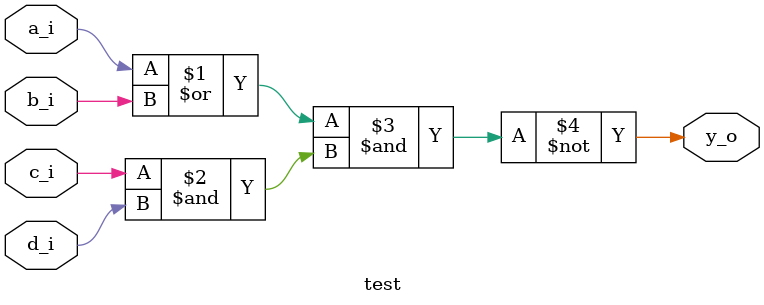
<source format=v>
module test (
	input wire a_i,
	input wire b_i,
	input wire c_i,
	input wire d_i,
	output wire y_o
);

assign y_o = ~((a_i | b_i) & (c_i & d_i));


endmodule

</source>
